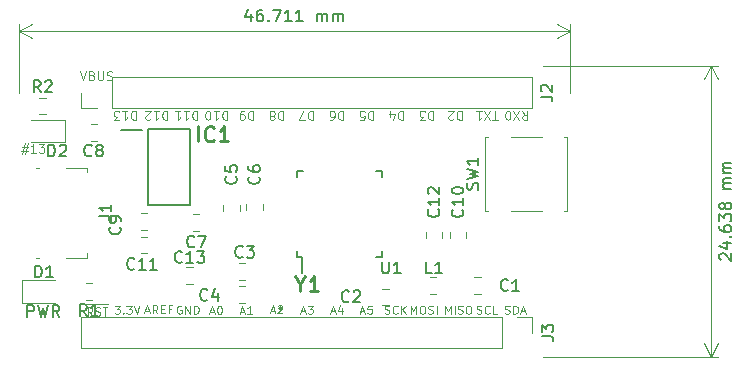
<source format=gbr>
G04 #@! TF.GenerationSoftware,KiCad,Pcbnew,(5.1.4)-1*
G04 #@! TF.CreationDate,2019-09-26T17:39:29-04:00*
G04 #@! TF.ProjectId,samd21-board,73616d64-3231-42d6-926f-6172642e6b69,rev?*
G04 #@! TF.SameCoordinates,Original*
G04 #@! TF.FileFunction,Legend,Top*
G04 #@! TF.FilePolarity,Positive*
%FSLAX46Y46*%
G04 Gerber Fmt 4.6, Leading zero omitted, Abs format (unit mm)*
G04 Created by KiCad (PCBNEW (5.1.4)-1) date 2019-09-26 17:39:29*
%MOMM*%
%LPD*%
G04 APERTURE LIST*
%ADD10C,0.150000*%
%ADD11C,0.120000*%
%ADD12C,0.125000*%
%ADD13C,0.100000*%
%ADD14C,0.254000*%
%ADD15C,0.200000*%
G04 APERTURE END LIST*
D10*
X113029739Y-91899857D02*
X112982120Y-91852238D01*
X112934500Y-91757000D01*
X112934500Y-91518904D01*
X112982120Y-91423666D01*
X113029739Y-91376047D01*
X113124977Y-91328428D01*
X113220215Y-91328428D01*
X113363072Y-91376047D01*
X113934500Y-91947476D01*
X113934500Y-91328428D01*
X113267834Y-90471285D02*
X113934500Y-90471285D01*
X112886881Y-90709380D02*
X113601167Y-90947476D01*
X113601167Y-90328428D01*
X113839262Y-89947476D02*
X113886881Y-89899857D01*
X113934500Y-89947476D01*
X113886881Y-89995095D01*
X113839262Y-89947476D01*
X113934500Y-89947476D01*
X112934500Y-89042714D02*
X112934500Y-89233190D01*
X112982120Y-89328428D01*
X113029739Y-89376047D01*
X113172596Y-89471285D01*
X113363072Y-89518904D01*
X113744024Y-89518904D01*
X113839262Y-89471285D01*
X113886881Y-89423666D01*
X113934500Y-89328428D01*
X113934500Y-89137952D01*
X113886881Y-89042714D01*
X113839262Y-88995095D01*
X113744024Y-88947476D01*
X113505929Y-88947476D01*
X113410691Y-88995095D01*
X113363072Y-89042714D01*
X113315453Y-89137952D01*
X113315453Y-89328428D01*
X113363072Y-89423666D01*
X113410691Y-89471285D01*
X113505929Y-89518904D01*
X112934500Y-88614142D02*
X112934500Y-87995095D01*
X113315453Y-88328428D01*
X113315453Y-88185571D01*
X113363072Y-88090333D01*
X113410691Y-88042714D01*
X113505929Y-87995095D01*
X113744024Y-87995095D01*
X113839262Y-88042714D01*
X113886881Y-88090333D01*
X113934500Y-88185571D01*
X113934500Y-88471285D01*
X113886881Y-88566523D01*
X113839262Y-88614142D01*
X113363072Y-87423666D02*
X113315453Y-87518904D01*
X113267834Y-87566523D01*
X113172596Y-87614142D01*
X113124977Y-87614142D01*
X113029739Y-87566523D01*
X112982120Y-87518904D01*
X112934500Y-87423666D01*
X112934500Y-87233190D01*
X112982120Y-87137952D01*
X113029739Y-87090333D01*
X113124977Y-87042714D01*
X113172596Y-87042714D01*
X113267834Y-87090333D01*
X113315453Y-87137952D01*
X113363072Y-87233190D01*
X113363072Y-87423666D01*
X113410691Y-87518904D01*
X113458310Y-87566523D01*
X113553548Y-87614142D01*
X113744024Y-87614142D01*
X113839262Y-87566523D01*
X113886881Y-87518904D01*
X113934500Y-87423666D01*
X113934500Y-87233190D01*
X113886881Y-87137952D01*
X113839262Y-87090333D01*
X113744024Y-87042714D01*
X113553548Y-87042714D01*
X113458310Y-87090333D01*
X113410691Y-87137952D01*
X113363072Y-87233190D01*
X113934500Y-85852238D02*
X113267834Y-85852238D01*
X113363072Y-85852238D02*
X113315453Y-85804619D01*
X113267834Y-85709380D01*
X113267834Y-85566523D01*
X113315453Y-85471285D01*
X113410691Y-85423666D01*
X113934500Y-85423666D01*
X113410691Y-85423666D02*
X113315453Y-85376047D01*
X113267834Y-85280809D01*
X113267834Y-85137952D01*
X113315453Y-85042714D01*
X113410691Y-84995095D01*
X113934500Y-84995095D01*
X113934500Y-84518904D02*
X113267834Y-84518904D01*
X113363072Y-84518904D02*
X113315453Y-84471285D01*
X113267834Y-84376047D01*
X113267834Y-84233190D01*
X113315453Y-84137952D01*
X113410691Y-84090333D01*
X113934500Y-84090333D01*
X113410691Y-84090333D02*
X113315453Y-84042714D01*
X113267834Y-83947476D01*
X113267834Y-83804619D01*
X113315453Y-83709380D01*
X113410691Y-83661761D01*
X113934500Y-83661761D01*
D11*
X112212120Y-100076000D02*
X112212120Y-75438000D01*
X98018600Y-100076000D02*
X112798541Y-100076000D01*
X98018600Y-75438000D02*
X112798541Y-75438000D01*
X112212120Y-75438000D02*
X112798541Y-76564504D01*
X112212120Y-75438000D02*
X111625699Y-76564504D01*
X112212120Y-100076000D02*
X112798541Y-98949496D01*
X112212120Y-100076000D02*
X111625699Y-98949496D01*
D10*
X54343466Y-96718380D02*
X54343466Y-95718380D01*
X54724419Y-95718380D01*
X54819657Y-95766000D01*
X54867276Y-95813619D01*
X54914895Y-95908857D01*
X54914895Y-96051714D01*
X54867276Y-96146952D01*
X54819657Y-96194571D01*
X54724419Y-96242190D01*
X54343466Y-96242190D01*
X55248228Y-95718380D02*
X55486323Y-96718380D01*
X55676800Y-96004095D01*
X55867276Y-96718380D01*
X56105371Y-95718380D01*
X57057752Y-96718380D02*
X56724419Y-96242190D01*
X56486323Y-96718380D02*
X56486323Y-95718380D01*
X56867276Y-95718380D01*
X56962514Y-95766000D01*
X57010133Y-95813619D01*
X57057752Y-95908857D01*
X57057752Y-96051714D01*
X57010133Y-96146952D01*
X56962514Y-96194571D01*
X56867276Y-96242190D01*
X56486323Y-96242190D01*
D12*
X59273400Y-95624900D02*
X59973400Y-95624900D01*
X59840066Y-96608066D02*
X59606733Y-96274733D01*
X59440066Y-96608066D02*
X59440066Y-95908066D01*
X59706733Y-95908066D01*
X59773400Y-95941400D01*
X59806733Y-95974733D01*
X59840066Y-96041400D01*
X59840066Y-96141400D01*
X59806733Y-96208066D01*
X59773400Y-96241400D01*
X59706733Y-96274733D01*
X59440066Y-96274733D01*
X59973400Y-95624900D02*
X60640066Y-95624900D01*
X60106733Y-96574733D02*
X60206733Y-96608066D01*
X60373400Y-96608066D01*
X60440066Y-96574733D01*
X60473400Y-96541400D01*
X60506733Y-96474733D01*
X60506733Y-96408066D01*
X60473400Y-96341400D01*
X60440066Y-96308066D01*
X60373400Y-96274733D01*
X60240066Y-96241400D01*
X60173400Y-96208066D01*
X60140066Y-96174733D01*
X60106733Y-96108066D01*
X60106733Y-96041400D01*
X60140066Y-95974733D01*
X60173400Y-95941400D01*
X60240066Y-95908066D01*
X60406733Y-95908066D01*
X60506733Y-95941400D01*
X60640066Y-95624900D02*
X61173400Y-95624900D01*
X60706733Y-95908066D02*
X61106733Y-95908066D01*
X60906733Y-96608066D02*
X60906733Y-95908066D01*
X61730066Y-95755666D02*
X62163400Y-95755666D01*
X61930066Y-96022333D01*
X62030066Y-96022333D01*
X62096733Y-96055666D01*
X62130066Y-96089000D01*
X62163400Y-96155666D01*
X62163400Y-96322333D01*
X62130066Y-96389000D01*
X62096733Y-96422333D01*
X62030066Y-96455666D01*
X61830066Y-96455666D01*
X61763400Y-96422333D01*
X61730066Y-96389000D01*
X62463400Y-96389000D02*
X62496733Y-96422333D01*
X62463400Y-96455666D01*
X62430066Y-96422333D01*
X62463400Y-96389000D01*
X62463400Y-96455666D01*
X62730066Y-95755666D02*
X63163400Y-95755666D01*
X62930066Y-96022333D01*
X63030066Y-96022333D01*
X63096733Y-96055666D01*
X63130066Y-96089000D01*
X63163400Y-96155666D01*
X63163400Y-96322333D01*
X63130066Y-96389000D01*
X63096733Y-96422333D01*
X63030066Y-96455666D01*
X62830066Y-96455666D01*
X62763400Y-96422333D01*
X62730066Y-96389000D01*
X63363400Y-95755666D02*
X63596733Y-96455666D01*
X63830066Y-95755666D01*
X64322466Y-96230266D02*
X64655800Y-96230266D01*
X64255800Y-96430266D02*
X64489133Y-95730266D01*
X64722466Y-96430266D01*
X65355800Y-96430266D02*
X65122466Y-96096933D01*
X64955800Y-96430266D02*
X64955800Y-95730266D01*
X65222466Y-95730266D01*
X65289133Y-95763600D01*
X65322466Y-95796933D01*
X65355800Y-95863600D01*
X65355800Y-95963600D01*
X65322466Y-96030266D01*
X65289133Y-96063600D01*
X65222466Y-96096933D01*
X64955800Y-96096933D01*
X65655800Y-96063600D02*
X65889133Y-96063600D01*
X65989133Y-96430266D02*
X65655800Y-96430266D01*
X65655800Y-95730266D01*
X65989133Y-95730266D01*
X66522466Y-96063600D02*
X66289133Y-96063600D01*
X66289133Y-96430266D02*
X66289133Y-95730266D01*
X66622466Y-95730266D01*
X67386266Y-95789000D02*
X67319600Y-95755666D01*
X67219600Y-95755666D01*
X67119600Y-95789000D01*
X67052933Y-95855666D01*
X67019600Y-95922333D01*
X66986266Y-96055666D01*
X66986266Y-96155666D01*
X67019600Y-96289000D01*
X67052933Y-96355666D01*
X67119600Y-96422333D01*
X67219600Y-96455666D01*
X67286266Y-96455666D01*
X67386266Y-96422333D01*
X67419600Y-96389000D01*
X67419600Y-96155666D01*
X67286266Y-96155666D01*
X67719600Y-96455666D02*
X67719600Y-95755666D01*
X68119600Y-96455666D01*
X68119600Y-95755666D01*
X68452933Y-96455666D02*
X68452933Y-95755666D01*
X68619600Y-95755666D01*
X68719600Y-95789000D01*
X68786266Y-95855666D01*
X68819600Y-95922333D01*
X68852933Y-96055666D01*
X68852933Y-96155666D01*
X68819600Y-96289000D01*
X68786266Y-96355666D01*
X68719600Y-96422333D01*
X68619600Y-96455666D01*
X68452933Y-96455666D01*
X69807200Y-96281066D02*
X70140533Y-96281066D01*
X69740533Y-96481066D02*
X69973866Y-95781066D01*
X70207200Y-96481066D01*
X70573866Y-95781066D02*
X70640533Y-95781066D01*
X70707200Y-95814400D01*
X70740533Y-95847733D01*
X70773866Y-95914400D01*
X70807200Y-96047733D01*
X70807200Y-96214400D01*
X70773866Y-96347733D01*
X70740533Y-96414400D01*
X70707200Y-96447733D01*
X70640533Y-96481066D01*
X70573866Y-96481066D01*
X70507200Y-96447733D01*
X70473866Y-96414400D01*
X70440533Y-96347733D01*
X70407200Y-96214400D01*
X70407200Y-96047733D01*
X70440533Y-95914400D01*
X70473866Y-95847733D01*
X70507200Y-95814400D01*
X70573866Y-95781066D01*
X72372600Y-96281066D02*
X72705933Y-96281066D01*
X72305933Y-96481066D02*
X72539266Y-95781066D01*
X72772600Y-96481066D01*
X73372600Y-96481066D02*
X72972600Y-96481066D01*
X73172600Y-96481066D02*
X73172600Y-95781066D01*
X73105933Y-95881066D01*
X73039266Y-95947733D01*
X72972600Y-95981066D01*
X74938000Y-96230266D02*
X75271333Y-96230266D01*
X74871333Y-96430266D02*
X75104666Y-95730266D01*
X75338000Y-96430266D01*
X75538000Y-95796933D02*
X75571333Y-95763600D01*
X75638000Y-95730266D01*
X75804666Y-95730266D01*
X75871333Y-95763600D01*
X75904666Y-95796933D01*
X75938000Y-95863600D01*
X75938000Y-95930266D01*
X75904666Y-96030266D01*
X75504666Y-96430266D01*
X75938000Y-96430266D01*
X77503400Y-96255666D02*
X77836733Y-96255666D01*
X77436733Y-96455666D02*
X77670066Y-95755666D01*
X77903400Y-96455666D01*
X78070066Y-95755666D02*
X78503400Y-95755666D01*
X78270066Y-96022333D01*
X78370066Y-96022333D01*
X78436733Y-96055666D01*
X78470066Y-96089000D01*
X78503400Y-96155666D01*
X78503400Y-96322333D01*
X78470066Y-96389000D01*
X78436733Y-96422333D01*
X78370066Y-96455666D01*
X78170066Y-96455666D01*
X78103400Y-96422333D01*
X78070066Y-96389000D01*
X80043400Y-96255666D02*
X80376733Y-96255666D01*
X79976733Y-96455666D02*
X80210066Y-95755666D01*
X80443400Y-96455666D01*
X80976733Y-95989000D02*
X80976733Y-96455666D01*
X80810066Y-95722333D02*
X80643400Y-96222333D01*
X81076733Y-96222333D01*
X82532600Y-96255666D02*
X82865933Y-96255666D01*
X82465933Y-96455666D02*
X82699266Y-95755666D01*
X82932600Y-96455666D01*
X83499266Y-95755666D02*
X83165933Y-95755666D01*
X83132600Y-96089000D01*
X83165933Y-96055666D01*
X83232600Y-96022333D01*
X83399266Y-96022333D01*
X83465933Y-96055666D01*
X83499266Y-96089000D01*
X83532600Y-96155666D01*
X83532600Y-96322333D01*
X83499266Y-96389000D01*
X83465933Y-96422333D01*
X83399266Y-96455666D01*
X83232600Y-96455666D01*
X83165933Y-96422333D01*
X83132600Y-96389000D01*
X84596400Y-96422333D02*
X84696400Y-96455666D01*
X84863066Y-96455666D01*
X84929733Y-96422333D01*
X84963066Y-96389000D01*
X84996400Y-96322333D01*
X84996400Y-96255666D01*
X84963066Y-96189000D01*
X84929733Y-96155666D01*
X84863066Y-96122333D01*
X84729733Y-96089000D01*
X84663066Y-96055666D01*
X84629733Y-96022333D01*
X84596400Y-95955666D01*
X84596400Y-95889000D01*
X84629733Y-95822333D01*
X84663066Y-95789000D01*
X84729733Y-95755666D01*
X84896400Y-95755666D01*
X84996400Y-95789000D01*
X85696400Y-96389000D02*
X85663066Y-96422333D01*
X85563066Y-96455666D01*
X85496400Y-96455666D01*
X85396400Y-96422333D01*
X85329733Y-96355666D01*
X85296400Y-96289000D01*
X85263066Y-96155666D01*
X85263066Y-96055666D01*
X85296400Y-95922333D01*
X85329733Y-95855666D01*
X85396400Y-95789000D01*
X85496400Y-95755666D01*
X85563066Y-95755666D01*
X85663066Y-95789000D01*
X85696400Y-95822333D01*
X85996400Y-96455666D02*
X85996400Y-95755666D01*
X86396400Y-96455666D02*
X86096400Y-96055666D01*
X86396400Y-95755666D02*
X85996400Y-96155666D01*
X86784000Y-96455666D02*
X86784000Y-95755666D01*
X87017333Y-96255666D01*
X87250666Y-95755666D01*
X87250666Y-96455666D01*
X87717333Y-95755666D02*
X87850666Y-95755666D01*
X87917333Y-95789000D01*
X87984000Y-95855666D01*
X88017333Y-95989000D01*
X88017333Y-96222333D01*
X87984000Y-96355666D01*
X87917333Y-96422333D01*
X87850666Y-96455666D01*
X87717333Y-96455666D01*
X87650666Y-96422333D01*
X87584000Y-96355666D01*
X87550666Y-96222333D01*
X87550666Y-95989000D01*
X87584000Y-95855666D01*
X87650666Y-95789000D01*
X87717333Y-95755666D01*
X88284000Y-96422333D02*
X88384000Y-96455666D01*
X88550666Y-96455666D01*
X88617333Y-96422333D01*
X88650666Y-96389000D01*
X88684000Y-96322333D01*
X88684000Y-96255666D01*
X88650666Y-96189000D01*
X88617333Y-96155666D01*
X88550666Y-96122333D01*
X88417333Y-96089000D01*
X88350666Y-96055666D01*
X88317333Y-96022333D01*
X88284000Y-95955666D01*
X88284000Y-95889000D01*
X88317333Y-95822333D01*
X88350666Y-95789000D01*
X88417333Y-95755666D01*
X88584000Y-95755666D01*
X88684000Y-95789000D01*
X88984000Y-96455666D02*
X88984000Y-95755666D01*
X89705000Y-96455666D02*
X89705000Y-95755666D01*
X89938333Y-96255666D01*
X90171666Y-95755666D01*
X90171666Y-96455666D01*
X90505000Y-96455666D02*
X90505000Y-95755666D01*
X90805000Y-96422333D02*
X90905000Y-96455666D01*
X91071666Y-96455666D01*
X91138333Y-96422333D01*
X91171666Y-96389000D01*
X91205000Y-96322333D01*
X91205000Y-96255666D01*
X91171666Y-96189000D01*
X91138333Y-96155666D01*
X91071666Y-96122333D01*
X90938333Y-96089000D01*
X90871666Y-96055666D01*
X90838333Y-96022333D01*
X90805000Y-95955666D01*
X90805000Y-95889000D01*
X90838333Y-95822333D01*
X90871666Y-95789000D01*
X90938333Y-95755666D01*
X91105000Y-95755666D01*
X91205000Y-95789000D01*
X91638333Y-95755666D02*
X91771666Y-95755666D01*
X91838333Y-95789000D01*
X91905000Y-95855666D01*
X91938333Y-95989000D01*
X91938333Y-96222333D01*
X91905000Y-96355666D01*
X91838333Y-96422333D01*
X91771666Y-96455666D01*
X91638333Y-96455666D01*
X91571666Y-96422333D01*
X91505000Y-96355666D01*
X91471666Y-96222333D01*
X91471666Y-95989000D01*
X91505000Y-95855666D01*
X91571666Y-95789000D01*
X91638333Y-95755666D01*
X92384666Y-96422333D02*
X92484666Y-96455666D01*
X92651333Y-96455666D01*
X92718000Y-96422333D01*
X92751333Y-96389000D01*
X92784666Y-96322333D01*
X92784666Y-96255666D01*
X92751333Y-96189000D01*
X92718000Y-96155666D01*
X92651333Y-96122333D01*
X92518000Y-96089000D01*
X92451333Y-96055666D01*
X92418000Y-96022333D01*
X92384666Y-95955666D01*
X92384666Y-95889000D01*
X92418000Y-95822333D01*
X92451333Y-95789000D01*
X92518000Y-95755666D01*
X92684666Y-95755666D01*
X92784666Y-95789000D01*
X93484666Y-96389000D02*
X93451333Y-96422333D01*
X93351333Y-96455666D01*
X93284666Y-96455666D01*
X93184666Y-96422333D01*
X93118000Y-96355666D01*
X93084666Y-96289000D01*
X93051333Y-96155666D01*
X93051333Y-96055666D01*
X93084666Y-95922333D01*
X93118000Y-95855666D01*
X93184666Y-95789000D01*
X93284666Y-95755666D01*
X93351333Y-95755666D01*
X93451333Y-95789000D01*
X93484666Y-95822333D01*
X94118000Y-96455666D02*
X93784666Y-96455666D01*
X93784666Y-95755666D01*
X94781000Y-96422333D02*
X94881000Y-96455666D01*
X95047666Y-96455666D01*
X95114333Y-96422333D01*
X95147666Y-96389000D01*
X95181000Y-96322333D01*
X95181000Y-96255666D01*
X95147666Y-96189000D01*
X95114333Y-96155666D01*
X95047666Y-96122333D01*
X94914333Y-96089000D01*
X94847666Y-96055666D01*
X94814333Y-96022333D01*
X94781000Y-95955666D01*
X94781000Y-95889000D01*
X94814333Y-95822333D01*
X94847666Y-95789000D01*
X94914333Y-95755666D01*
X95081000Y-95755666D01*
X95181000Y-95789000D01*
X95481000Y-96455666D02*
X95481000Y-95755666D01*
X95647666Y-95755666D01*
X95747666Y-95789000D01*
X95814333Y-95855666D01*
X95847666Y-95922333D01*
X95881000Y-96055666D01*
X95881000Y-96155666D01*
X95847666Y-96289000D01*
X95814333Y-96355666D01*
X95747666Y-96422333D01*
X95647666Y-96455666D01*
X95481000Y-96455666D01*
X96147666Y-96255666D02*
X96481000Y-96255666D01*
X96081000Y-96455666D02*
X96314333Y-95755666D01*
X96547666Y-96455666D01*
X96240142Y-79289714D02*
X96490142Y-79646857D01*
X96668714Y-79289714D02*
X96668714Y-80039714D01*
X96383000Y-80039714D01*
X96311571Y-80004000D01*
X96275857Y-79968285D01*
X96240142Y-79896857D01*
X96240142Y-79789714D01*
X96275857Y-79718285D01*
X96311571Y-79682571D01*
X96383000Y-79646857D01*
X96668714Y-79646857D01*
X95990142Y-80039714D02*
X95490142Y-79289714D01*
X95490142Y-80039714D02*
X95990142Y-79289714D01*
X95061571Y-80039714D02*
X94990142Y-80039714D01*
X94918714Y-80004000D01*
X94883000Y-79968285D01*
X94847285Y-79896857D01*
X94811571Y-79754000D01*
X94811571Y-79575428D01*
X94847285Y-79432571D01*
X94883000Y-79361142D01*
X94918714Y-79325428D01*
X94990142Y-79289714D01*
X95061571Y-79289714D01*
X95133000Y-79325428D01*
X95168714Y-79361142D01*
X95204428Y-79432571D01*
X95240142Y-79575428D01*
X95240142Y-79754000D01*
X95204428Y-79896857D01*
X95168714Y-79968285D01*
X95133000Y-80004000D01*
X95061571Y-80039714D01*
X94146571Y-80039714D02*
X93718000Y-80039714D01*
X93932285Y-79289714D02*
X93932285Y-80039714D01*
X93539428Y-80039714D02*
X93039428Y-79289714D01*
X93039428Y-80039714D02*
X93539428Y-79289714D01*
X92360857Y-79289714D02*
X92789428Y-79289714D01*
X92575142Y-79289714D02*
X92575142Y-80039714D01*
X92646571Y-79932571D01*
X92718000Y-79861142D01*
X92789428Y-79825428D01*
X91104571Y-79289714D02*
X91104571Y-80039714D01*
X90926000Y-80039714D01*
X90818857Y-80004000D01*
X90747428Y-79932571D01*
X90711714Y-79861142D01*
X90676000Y-79718285D01*
X90676000Y-79611142D01*
X90711714Y-79468285D01*
X90747428Y-79396857D01*
X90818857Y-79325428D01*
X90926000Y-79289714D01*
X91104571Y-79289714D01*
X90390285Y-79968285D02*
X90354571Y-80004000D01*
X90283142Y-80039714D01*
X90104571Y-80039714D01*
X90033142Y-80004000D01*
X89997428Y-79968285D01*
X89961714Y-79896857D01*
X89961714Y-79825428D01*
X89997428Y-79718285D01*
X90426000Y-79289714D01*
X89961714Y-79289714D01*
X88691571Y-79289714D02*
X88691571Y-80039714D01*
X88513000Y-80039714D01*
X88405857Y-80004000D01*
X88334428Y-79932571D01*
X88298714Y-79861142D01*
X88263000Y-79718285D01*
X88263000Y-79611142D01*
X88298714Y-79468285D01*
X88334428Y-79396857D01*
X88405857Y-79325428D01*
X88513000Y-79289714D01*
X88691571Y-79289714D01*
X88013000Y-80039714D02*
X87548714Y-80039714D01*
X87798714Y-79754000D01*
X87691571Y-79754000D01*
X87620142Y-79718285D01*
X87584428Y-79682571D01*
X87548714Y-79611142D01*
X87548714Y-79432571D01*
X87584428Y-79361142D01*
X87620142Y-79325428D01*
X87691571Y-79289714D01*
X87905857Y-79289714D01*
X87977285Y-79325428D01*
X88013000Y-79361142D01*
X86151571Y-79289714D02*
X86151571Y-80039714D01*
X85973000Y-80039714D01*
X85865857Y-80004000D01*
X85794428Y-79932571D01*
X85758714Y-79861142D01*
X85723000Y-79718285D01*
X85723000Y-79611142D01*
X85758714Y-79468285D01*
X85794428Y-79396857D01*
X85865857Y-79325428D01*
X85973000Y-79289714D01*
X86151571Y-79289714D01*
X85080142Y-79789714D02*
X85080142Y-79289714D01*
X85258714Y-80075428D02*
X85437285Y-79539714D01*
X84973000Y-79539714D01*
X83611571Y-79289714D02*
X83611571Y-80039714D01*
X83433000Y-80039714D01*
X83325857Y-80004000D01*
X83254428Y-79932571D01*
X83218714Y-79861142D01*
X83183000Y-79718285D01*
X83183000Y-79611142D01*
X83218714Y-79468285D01*
X83254428Y-79396857D01*
X83325857Y-79325428D01*
X83433000Y-79289714D01*
X83611571Y-79289714D01*
X82504428Y-80039714D02*
X82861571Y-80039714D01*
X82897285Y-79682571D01*
X82861571Y-79718285D01*
X82790142Y-79754000D01*
X82611571Y-79754000D01*
X82540142Y-79718285D01*
X82504428Y-79682571D01*
X82468714Y-79611142D01*
X82468714Y-79432571D01*
X82504428Y-79361142D01*
X82540142Y-79325428D01*
X82611571Y-79289714D01*
X82790142Y-79289714D01*
X82861571Y-79325428D01*
X82897285Y-79361142D01*
X81071571Y-79289714D02*
X81071571Y-80039714D01*
X80893000Y-80039714D01*
X80785857Y-80004000D01*
X80714428Y-79932571D01*
X80678714Y-79861142D01*
X80643000Y-79718285D01*
X80643000Y-79611142D01*
X80678714Y-79468285D01*
X80714428Y-79396857D01*
X80785857Y-79325428D01*
X80893000Y-79289714D01*
X81071571Y-79289714D01*
X80000142Y-80039714D02*
X80143000Y-80039714D01*
X80214428Y-80004000D01*
X80250142Y-79968285D01*
X80321571Y-79861142D01*
X80357285Y-79718285D01*
X80357285Y-79432571D01*
X80321571Y-79361142D01*
X80285857Y-79325428D01*
X80214428Y-79289714D01*
X80071571Y-79289714D01*
X80000142Y-79325428D01*
X79964428Y-79361142D01*
X79928714Y-79432571D01*
X79928714Y-79611142D01*
X79964428Y-79682571D01*
X80000142Y-79718285D01*
X80071571Y-79754000D01*
X80214428Y-79754000D01*
X80285857Y-79718285D01*
X80321571Y-79682571D01*
X80357285Y-79611142D01*
X78531571Y-79289714D02*
X78531571Y-80039714D01*
X78353000Y-80039714D01*
X78245857Y-80004000D01*
X78174428Y-79932571D01*
X78138714Y-79861142D01*
X78103000Y-79718285D01*
X78103000Y-79611142D01*
X78138714Y-79468285D01*
X78174428Y-79396857D01*
X78245857Y-79325428D01*
X78353000Y-79289714D01*
X78531571Y-79289714D01*
X77853000Y-80039714D02*
X77353000Y-80039714D01*
X77674428Y-79289714D01*
X75991571Y-79289714D02*
X75991571Y-80039714D01*
X75813000Y-80039714D01*
X75705857Y-80004000D01*
X75634428Y-79932571D01*
X75598714Y-79861142D01*
X75563000Y-79718285D01*
X75563000Y-79611142D01*
X75598714Y-79468285D01*
X75634428Y-79396857D01*
X75705857Y-79325428D01*
X75813000Y-79289714D01*
X75991571Y-79289714D01*
X75134428Y-79718285D02*
X75205857Y-79754000D01*
X75241571Y-79789714D01*
X75277285Y-79861142D01*
X75277285Y-79896857D01*
X75241571Y-79968285D01*
X75205857Y-80004000D01*
X75134428Y-80039714D01*
X74991571Y-80039714D01*
X74920142Y-80004000D01*
X74884428Y-79968285D01*
X74848714Y-79896857D01*
X74848714Y-79861142D01*
X74884428Y-79789714D01*
X74920142Y-79754000D01*
X74991571Y-79718285D01*
X75134428Y-79718285D01*
X75205857Y-79682571D01*
X75241571Y-79646857D01*
X75277285Y-79575428D01*
X75277285Y-79432571D01*
X75241571Y-79361142D01*
X75205857Y-79325428D01*
X75134428Y-79289714D01*
X74991571Y-79289714D01*
X74920142Y-79325428D01*
X74884428Y-79361142D01*
X74848714Y-79432571D01*
X74848714Y-79575428D01*
X74884428Y-79646857D01*
X74920142Y-79682571D01*
X74991571Y-79718285D01*
X73451571Y-79289714D02*
X73451571Y-80039714D01*
X73273000Y-80039714D01*
X73165857Y-80004000D01*
X73094428Y-79932571D01*
X73058714Y-79861142D01*
X73023000Y-79718285D01*
X73023000Y-79611142D01*
X73058714Y-79468285D01*
X73094428Y-79396857D01*
X73165857Y-79325428D01*
X73273000Y-79289714D01*
X73451571Y-79289714D01*
X72665857Y-79289714D02*
X72523000Y-79289714D01*
X72451571Y-79325428D01*
X72415857Y-79361142D01*
X72344428Y-79468285D01*
X72308714Y-79611142D01*
X72308714Y-79896857D01*
X72344428Y-79968285D01*
X72380142Y-80004000D01*
X72451571Y-80039714D01*
X72594428Y-80039714D01*
X72665857Y-80004000D01*
X72701571Y-79968285D01*
X72737285Y-79896857D01*
X72737285Y-79718285D01*
X72701571Y-79646857D01*
X72665857Y-79611142D01*
X72594428Y-79575428D01*
X72451571Y-79575428D01*
X72380142Y-79611142D01*
X72344428Y-79646857D01*
X72308714Y-79718285D01*
X71268714Y-79289714D02*
X71268714Y-80039714D01*
X71090142Y-80039714D01*
X70983000Y-80004000D01*
X70911571Y-79932571D01*
X70875857Y-79861142D01*
X70840142Y-79718285D01*
X70840142Y-79611142D01*
X70875857Y-79468285D01*
X70911571Y-79396857D01*
X70983000Y-79325428D01*
X71090142Y-79289714D01*
X71268714Y-79289714D01*
X70125857Y-79289714D02*
X70554428Y-79289714D01*
X70340142Y-79289714D02*
X70340142Y-80039714D01*
X70411571Y-79932571D01*
X70483000Y-79861142D01*
X70554428Y-79825428D01*
X69661571Y-80039714D02*
X69590142Y-80039714D01*
X69518714Y-80004000D01*
X69483000Y-79968285D01*
X69447285Y-79896857D01*
X69411571Y-79754000D01*
X69411571Y-79575428D01*
X69447285Y-79432571D01*
X69483000Y-79361142D01*
X69518714Y-79325428D01*
X69590142Y-79289714D01*
X69661571Y-79289714D01*
X69733000Y-79325428D01*
X69768714Y-79361142D01*
X69804428Y-79432571D01*
X69840142Y-79575428D01*
X69840142Y-79754000D01*
X69804428Y-79896857D01*
X69768714Y-79968285D01*
X69733000Y-80004000D01*
X69661571Y-80039714D01*
X68728714Y-79289714D02*
X68728714Y-80039714D01*
X68550142Y-80039714D01*
X68443000Y-80004000D01*
X68371571Y-79932571D01*
X68335857Y-79861142D01*
X68300142Y-79718285D01*
X68300142Y-79611142D01*
X68335857Y-79468285D01*
X68371571Y-79396857D01*
X68443000Y-79325428D01*
X68550142Y-79289714D01*
X68728714Y-79289714D01*
X67585857Y-79289714D02*
X68014428Y-79289714D01*
X67800142Y-79289714D02*
X67800142Y-80039714D01*
X67871571Y-79932571D01*
X67943000Y-79861142D01*
X68014428Y-79825428D01*
X66871571Y-79289714D02*
X67300142Y-79289714D01*
X67085857Y-79289714D02*
X67085857Y-80039714D01*
X67157285Y-79932571D01*
X67228714Y-79861142D01*
X67300142Y-79825428D01*
X66188714Y-79289714D02*
X66188714Y-80039714D01*
X66010142Y-80039714D01*
X65903000Y-80004000D01*
X65831571Y-79932571D01*
X65795857Y-79861142D01*
X65760142Y-79718285D01*
X65760142Y-79611142D01*
X65795857Y-79468285D01*
X65831571Y-79396857D01*
X65903000Y-79325428D01*
X66010142Y-79289714D01*
X66188714Y-79289714D01*
X65045857Y-79289714D02*
X65474428Y-79289714D01*
X65260142Y-79289714D02*
X65260142Y-80039714D01*
X65331571Y-79932571D01*
X65403000Y-79861142D01*
X65474428Y-79825428D01*
X64760142Y-79968285D02*
X64724428Y-80004000D01*
X64653000Y-80039714D01*
X64474428Y-80039714D01*
X64403000Y-80004000D01*
X64367285Y-79968285D01*
X64331571Y-79896857D01*
X64331571Y-79825428D01*
X64367285Y-79718285D01*
X64795857Y-79289714D01*
X64331571Y-79289714D01*
X63521714Y-79289714D02*
X63521714Y-80039714D01*
X63343142Y-80039714D01*
X63236000Y-80004000D01*
X63164571Y-79932571D01*
X63128857Y-79861142D01*
X63093142Y-79718285D01*
X63093142Y-79611142D01*
X63128857Y-79468285D01*
X63164571Y-79396857D01*
X63236000Y-79325428D01*
X63343142Y-79289714D01*
X63521714Y-79289714D01*
X62378857Y-79289714D02*
X62807428Y-79289714D01*
X62593142Y-79289714D02*
X62593142Y-80039714D01*
X62664571Y-79932571D01*
X62736000Y-79861142D01*
X62807428Y-79825428D01*
X62128857Y-80039714D02*
X61664571Y-80039714D01*
X61914571Y-79754000D01*
X61807428Y-79754000D01*
X61736000Y-79718285D01*
X61700285Y-79682571D01*
X61664571Y-79611142D01*
X61664571Y-79432571D01*
X61700285Y-79361142D01*
X61736000Y-79325428D01*
X61807428Y-79289714D01*
X62021714Y-79289714D01*
X62093142Y-79325428D01*
X62128857Y-79361142D01*
D13*
X53892171Y-82313085D02*
X54427885Y-82313085D01*
X54106457Y-81991657D02*
X53892171Y-82955942D01*
X54356457Y-82634514D02*
X53820742Y-82634514D01*
X54142171Y-82955942D02*
X54356457Y-81991657D01*
X55070742Y-82813085D02*
X54642171Y-82813085D01*
X54856457Y-82813085D02*
X54856457Y-82063085D01*
X54785028Y-82170228D01*
X54713600Y-82241657D01*
X54642171Y-82277371D01*
X55320742Y-82063085D02*
X55785028Y-82063085D01*
X55535028Y-82348800D01*
X55642171Y-82348800D01*
X55713600Y-82384514D01*
X55749314Y-82420228D01*
X55785028Y-82491657D01*
X55785028Y-82670228D01*
X55749314Y-82741657D01*
X55713600Y-82777371D01*
X55642171Y-82813085D01*
X55427885Y-82813085D01*
X55356457Y-82777371D01*
X55320742Y-82741657D01*
D12*
X58823000Y-75916285D02*
X59073000Y-76666285D01*
X59323000Y-75916285D01*
X59823000Y-76273428D02*
X59930142Y-76309142D01*
X59965857Y-76344857D01*
X60001571Y-76416285D01*
X60001571Y-76523428D01*
X59965857Y-76594857D01*
X59930142Y-76630571D01*
X59858714Y-76666285D01*
X59573000Y-76666285D01*
X59573000Y-75916285D01*
X59823000Y-75916285D01*
X59894428Y-75952000D01*
X59930142Y-75987714D01*
X59965857Y-76059142D01*
X59965857Y-76130571D01*
X59930142Y-76202000D01*
X59894428Y-76237714D01*
X59823000Y-76273428D01*
X59573000Y-76273428D01*
X60323000Y-75916285D02*
X60323000Y-76523428D01*
X60358714Y-76594857D01*
X60394428Y-76630571D01*
X60465857Y-76666285D01*
X60608714Y-76666285D01*
X60680142Y-76630571D01*
X60715857Y-76594857D01*
X60751571Y-76523428D01*
X60751571Y-75916285D01*
X61073000Y-76630571D02*
X61180142Y-76666285D01*
X61358714Y-76666285D01*
X61430142Y-76630571D01*
X61465857Y-76594857D01*
X61501571Y-76523428D01*
X61501571Y-76452000D01*
X61465857Y-76380571D01*
X61430142Y-76344857D01*
X61358714Y-76309142D01*
X61215857Y-76273428D01*
X61144428Y-76237714D01*
X61108714Y-76202000D01*
X61073000Y-76130571D01*
X61073000Y-76059142D01*
X61108714Y-75987714D01*
X61144428Y-75952000D01*
X61215857Y-75916285D01*
X61394428Y-75916285D01*
X61501571Y-75952000D01*
D10*
X73282633Y-71032715D02*
X73282633Y-71699381D01*
X73044538Y-70651762D02*
X72806442Y-71366048D01*
X73425490Y-71366048D01*
X74235014Y-70699381D02*
X74044538Y-70699381D01*
X73949300Y-70747001D01*
X73901680Y-70794620D01*
X73806442Y-70937477D01*
X73758823Y-71127953D01*
X73758823Y-71508905D01*
X73806442Y-71604143D01*
X73854061Y-71651762D01*
X73949300Y-71699381D01*
X74139776Y-71699381D01*
X74235014Y-71651762D01*
X74282633Y-71604143D01*
X74330252Y-71508905D01*
X74330252Y-71270810D01*
X74282633Y-71175572D01*
X74235014Y-71127953D01*
X74139776Y-71080334D01*
X73949300Y-71080334D01*
X73854061Y-71127953D01*
X73806442Y-71175572D01*
X73758823Y-71270810D01*
X74758823Y-71604143D02*
X74806442Y-71651762D01*
X74758823Y-71699381D01*
X74711204Y-71651762D01*
X74758823Y-71604143D01*
X74758823Y-71699381D01*
X75139776Y-70699381D02*
X75806442Y-70699381D01*
X75377871Y-71699381D01*
X76711204Y-71699381D02*
X76139776Y-71699381D01*
X76425490Y-71699381D02*
X76425490Y-70699381D01*
X76330252Y-70842239D01*
X76235014Y-70937477D01*
X76139776Y-70985096D01*
X77663585Y-71699381D02*
X77092157Y-71699381D01*
X77377871Y-71699381D02*
X77377871Y-70699381D01*
X77282633Y-70842239D01*
X77187395Y-70937477D01*
X77092157Y-70985096D01*
X78854061Y-71699381D02*
X78854061Y-71032715D01*
X78854061Y-71127953D02*
X78901680Y-71080334D01*
X78996919Y-71032715D01*
X79139776Y-71032715D01*
X79235014Y-71080334D01*
X79282633Y-71175572D01*
X79282633Y-71699381D01*
X79282633Y-71175572D02*
X79330252Y-71080334D01*
X79425490Y-71032715D01*
X79568347Y-71032715D01*
X79663585Y-71080334D01*
X79711204Y-71175572D01*
X79711204Y-71699381D01*
X80187395Y-71699381D02*
X80187395Y-71032715D01*
X80187395Y-71127953D02*
X80235014Y-71080334D01*
X80330252Y-71032715D01*
X80473109Y-71032715D01*
X80568347Y-71080334D01*
X80615966Y-71175572D01*
X80615966Y-71699381D01*
X80615966Y-71175572D02*
X80663585Y-71080334D01*
X80758823Y-71032715D01*
X80901680Y-71032715D01*
X80996919Y-71080334D01*
X81044538Y-71175572D01*
X81044538Y-71699381D01*
D11*
X100304600Y-72517001D02*
X53594000Y-72517001D01*
X100304600Y-77724000D02*
X100304600Y-71930580D01*
X53594000Y-77724000D02*
X53594000Y-71930580D01*
X53594000Y-72517001D02*
X54720504Y-71930580D01*
X53594000Y-72517001D02*
X54720504Y-73103422D01*
X100304600Y-72517001D02*
X99178096Y-71930580D01*
X100304600Y-72517001D02*
X99178096Y-73103422D01*
X95270800Y-81457400D02*
X97870800Y-81457400D01*
X100020800Y-87757400D02*
X99770800Y-87757400D01*
X100020800Y-81457400D02*
X100020800Y-87757400D01*
X99770800Y-81457400D02*
X100020800Y-81457400D01*
X97870800Y-87757400D02*
X95270800Y-87757400D01*
X93120800Y-81457400D02*
X93370800Y-81457400D01*
X93120800Y-87757400D02*
X93120800Y-81457400D01*
X93370800Y-87757400D02*
X93120800Y-87757400D01*
D14*
X75878400Y-95994400D02*
G75*
G03X75878400Y-95994400I-84000J0D01*
G01*
D11*
X63949948Y-91337200D02*
X64472452Y-91337200D01*
X63949948Y-89917200D02*
X64472452Y-89917200D01*
X63949948Y-89381400D02*
X64472452Y-89381400D01*
X63949948Y-87961400D02*
X64472452Y-87961400D01*
X60256052Y-80417600D02*
X59733548Y-80417600D01*
X60256052Y-81837600D02*
X59733548Y-81837600D01*
X58868000Y-79054000D02*
X58868000Y-77724000D01*
X60198000Y-79054000D02*
X58868000Y-79054000D01*
X61468000Y-79054000D02*
X61468000Y-76394000D01*
X61468000Y-76394000D02*
X97088000Y-76394000D01*
X61468000Y-79054000D02*
X97088000Y-79054000D01*
X97088000Y-79054000D02*
X97088000Y-76394000D01*
D10*
X77147000Y-91636000D02*
X77572000Y-91636000D01*
X77147000Y-84386000D02*
X77672000Y-84386000D01*
X84397000Y-84386000D02*
X83872000Y-84386000D01*
X84397000Y-91636000D02*
X83872000Y-91636000D01*
X77147000Y-91636000D02*
X77147000Y-91111000D01*
X84397000Y-91636000D02*
X84397000Y-91111000D01*
X84397000Y-84386000D02*
X84397000Y-84911000D01*
X77147000Y-84386000D02*
X77147000Y-84911000D01*
X77572000Y-91636000D02*
X77572000Y-93011000D01*
D11*
X92194748Y-94766200D02*
X92717252Y-94766200D01*
X92194748Y-93346200D02*
X92717252Y-93346200D01*
X84396948Y-94324100D02*
X84919452Y-94324100D01*
X84396948Y-95744100D02*
X84919452Y-95744100D01*
X72790952Y-93572400D02*
X72268448Y-93572400D01*
X72790952Y-92152400D02*
X72268448Y-92152400D01*
X72778252Y-94095500D02*
X72255748Y-94095500D01*
X72778252Y-95515500D02*
X72255748Y-95515500D01*
X72312600Y-87726152D02*
X72312600Y-87203648D01*
X70892600Y-87726152D02*
X70892600Y-87203648D01*
X72861100Y-87700752D02*
X72861100Y-87178248D01*
X74281100Y-87700752D02*
X74281100Y-87178248D01*
X68904752Y-88024900D02*
X68382248Y-88024900D01*
X68904752Y-89444900D02*
X68382248Y-89444900D01*
X90095000Y-89502348D02*
X90095000Y-90024852D01*
X91515000Y-89502348D02*
X91515000Y-90024852D01*
X89483000Y-89502348D02*
X89483000Y-90024852D01*
X88063000Y-89502348D02*
X88063000Y-90024852D01*
X68320552Y-93928000D02*
X67798048Y-93928000D01*
X68320552Y-92508000D02*
X67798048Y-92508000D01*
X53854900Y-95536900D02*
X56714900Y-95536900D01*
X53854900Y-93616900D02*
X53854900Y-95536900D01*
X56714900Y-93616900D02*
X53854900Y-93616900D01*
X59393400Y-91694000D02*
X59393400Y-91314000D01*
X55343400Y-91694000D02*
X55083400Y-91694000D01*
X59393400Y-91694000D02*
X57623400Y-91694000D01*
X59393400Y-84074000D02*
X59393400Y-84454000D01*
X57623400Y-84074000D02*
X59393400Y-84074000D01*
X55083400Y-84074000D02*
X55343400Y-84074000D01*
X88448248Y-93320800D02*
X88970752Y-93320800D01*
X88448248Y-94740800D02*
X88970752Y-94740800D01*
X58868000Y-96714000D02*
X58868000Y-99374000D01*
X94488000Y-96714000D02*
X58868000Y-96714000D01*
X94488000Y-99374000D02*
X58868000Y-99374000D01*
X94488000Y-96714000D02*
X94488000Y-99374000D01*
X95758000Y-96714000D02*
X97088000Y-96714000D01*
X97088000Y-96714000D02*
X97088000Y-98044000D01*
D15*
X64569400Y-80773200D02*
X68069400Y-80773200D01*
X68069400Y-80773200D02*
X68069400Y-87273200D01*
X68069400Y-87273200D02*
X64569400Y-87273200D01*
X64569400Y-87273200D02*
X64569400Y-80773200D01*
X62294400Y-80898200D02*
X64044400Y-80898200D01*
D11*
X54651400Y-81935200D02*
X57511400Y-81935200D01*
X57511400Y-81935200D02*
X57511400Y-80015200D01*
X57511400Y-80015200D02*
X54651400Y-80015200D01*
X59786152Y-93841500D02*
X59263648Y-93841500D01*
X59786152Y-95261500D02*
X59263648Y-95261500D01*
X55887252Y-79577000D02*
X55364748Y-79577000D01*
X55887252Y-78157000D02*
X55364748Y-78157000D01*
D10*
X92475561Y-85940733D02*
X92523180Y-85797876D01*
X92523180Y-85559780D01*
X92475561Y-85464542D01*
X92427942Y-85416923D01*
X92332704Y-85369304D01*
X92237466Y-85369304D01*
X92142228Y-85416923D01*
X92094609Y-85464542D01*
X92046990Y-85559780D01*
X91999371Y-85750257D01*
X91951752Y-85845495D01*
X91904133Y-85893114D01*
X91808895Y-85940733D01*
X91713657Y-85940733D01*
X91618419Y-85893114D01*
X91570800Y-85845495D01*
X91523180Y-85750257D01*
X91523180Y-85512161D01*
X91570800Y-85369304D01*
X91523180Y-85035971D02*
X92523180Y-84797876D01*
X91808895Y-84607400D01*
X92523180Y-84416923D01*
X91523180Y-84178828D01*
X92523180Y-83274066D02*
X92523180Y-83845495D01*
X92523180Y-83559780D02*
X91523180Y-83559780D01*
X91666038Y-83655019D01*
X91761276Y-83750257D01*
X91808895Y-83845495D01*
D14*
X77449438Y-93962461D02*
X77449438Y-94567223D01*
X77026104Y-93297223D02*
X77449438Y-93962461D01*
X77872771Y-93297223D01*
X78961342Y-94567223D02*
X78235628Y-94567223D01*
X78598485Y-94567223D02*
X78598485Y-93297223D01*
X78477533Y-93478652D01*
X78356580Y-93599604D01*
X78235628Y-93660080D01*
D10*
X63390542Y-92622642D02*
X63342923Y-92670261D01*
X63200066Y-92717880D01*
X63104828Y-92717880D01*
X62961971Y-92670261D01*
X62866733Y-92575023D01*
X62819114Y-92479785D01*
X62771495Y-92289309D01*
X62771495Y-92146452D01*
X62819114Y-91955976D01*
X62866733Y-91860738D01*
X62961971Y-91765500D01*
X63104828Y-91717880D01*
X63200066Y-91717880D01*
X63342923Y-91765500D01*
X63390542Y-91813119D01*
X64342923Y-92717880D02*
X63771495Y-92717880D01*
X64057209Y-92717880D02*
X64057209Y-91717880D01*
X63961971Y-91860738D01*
X63866733Y-91955976D01*
X63771495Y-92003595D01*
X65295304Y-92717880D02*
X64723876Y-92717880D01*
X65009590Y-92717880D02*
X65009590Y-91717880D01*
X64914352Y-91860738D01*
X64819114Y-91955976D01*
X64723876Y-92003595D01*
X62168042Y-89117466D02*
X62215661Y-89165085D01*
X62263280Y-89307942D01*
X62263280Y-89403180D01*
X62215661Y-89546038D01*
X62120423Y-89641276D01*
X62025185Y-89688895D01*
X61834709Y-89736514D01*
X61691852Y-89736514D01*
X61501376Y-89688895D01*
X61406138Y-89641276D01*
X61310900Y-89546038D01*
X61263280Y-89403180D01*
X61263280Y-89307942D01*
X61310900Y-89165085D01*
X61358519Y-89117466D01*
X62263280Y-88641276D02*
X62263280Y-88450800D01*
X62215661Y-88355561D01*
X62168042Y-88307942D01*
X62025185Y-88212704D01*
X61834709Y-88165085D01*
X61453757Y-88165085D01*
X61358519Y-88212704D01*
X61310900Y-88260323D01*
X61263280Y-88355561D01*
X61263280Y-88546038D01*
X61310900Y-88641276D01*
X61358519Y-88688895D01*
X61453757Y-88736514D01*
X61691852Y-88736514D01*
X61787090Y-88688895D01*
X61834709Y-88641276D01*
X61882328Y-88546038D01*
X61882328Y-88355561D01*
X61834709Y-88260323D01*
X61787090Y-88212704D01*
X61691852Y-88165085D01*
X59777333Y-83034142D02*
X59729714Y-83081761D01*
X59586857Y-83129380D01*
X59491619Y-83129380D01*
X59348761Y-83081761D01*
X59253523Y-82986523D01*
X59205904Y-82891285D01*
X59158285Y-82700809D01*
X59158285Y-82557952D01*
X59205904Y-82367476D01*
X59253523Y-82272238D01*
X59348761Y-82177000D01*
X59491619Y-82129380D01*
X59586857Y-82129380D01*
X59729714Y-82177000D01*
X59777333Y-82224619D01*
X60348761Y-82557952D02*
X60253523Y-82510333D01*
X60205904Y-82462714D01*
X60158285Y-82367476D01*
X60158285Y-82319857D01*
X60205904Y-82224619D01*
X60253523Y-82177000D01*
X60348761Y-82129380D01*
X60539238Y-82129380D01*
X60634476Y-82177000D01*
X60682095Y-82224619D01*
X60729714Y-82319857D01*
X60729714Y-82367476D01*
X60682095Y-82462714D01*
X60634476Y-82510333D01*
X60539238Y-82557952D01*
X60348761Y-82557952D01*
X60253523Y-82605571D01*
X60205904Y-82653190D01*
X60158285Y-82748428D01*
X60158285Y-82938904D01*
X60205904Y-83034142D01*
X60253523Y-83081761D01*
X60348761Y-83129380D01*
X60539238Y-83129380D01*
X60634476Y-83081761D01*
X60682095Y-83034142D01*
X60729714Y-82938904D01*
X60729714Y-82748428D01*
X60682095Y-82653190D01*
X60634476Y-82605571D01*
X60539238Y-82557952D01*
X97796100Y-78062413D02*
X98510386Y-78062413D01*
X98653243Y-78110032D01*
X98748481Y-78205270D01*
X98796100Y-78348127D01*
X98796100Y-78443365D01*
X97891339Y-77633841D02*
X97843720Y-77586222D01*
X97796100Y-77490984D01*
X97796100Y-77252889D01*
X97843720Y-77157651D01*
X97891339Y-77110032D01*
X97986577Y-77062413D01*
X98081815Y-77062413D01*
X98224672Y-77110032D01*
X98796100Y-77681460D01*
X98796100Y-77062413D01*
X84363655Y-92040460D02*
X84363655Y-92849984D01*
X84411274Y-92945222D01*
X84458893Y-92992841D01*
X84554131Y-93040460D01*
X84744607Y-93040460D01*
X84839845Y-92992841D01*
X84887464Y-92945222D01*
X84935083Y-92849984D01*
X84935083Y-92040460D01*
X85935083Y-93040460D02*
X85363655Y-93040460D01*
X85649369Y-93040460D02*
X85649369Y-92040460D01*
X85554131Y-92183318D01*
X85458893Y-92278556D01*
X85363655Y-92326175D01*
X95019833Y-94426042D02*
X94972214Y-94473661D01*
X94829357Y-94521280D01*
X94734119Y-94521280D01*
X94591261Y-94473661D01*
X94496023Y-94378423D01*
X94448404Y-94283185D01*
X94400785Y-94092709D01*
X94400785Y-93949852D01*
X94448404Y-93759376D01*
X94496023Y-93664138D01*
X94591261Y-93568900D01*
X94734119Y-93521280D01*
X94829357Y-93521280D01*
X94972214Y-93568900D01*
X95019833Y-93616519D01*
X95972214Y-94521280D02*
X95400785Y-94521280D01*
X95686500Y-94521280D02*
X95686500Y-93521280D01*
X95591261Y-93664138D01*
X95496023Y-93759376D01*
X95400785Y-93806995D01*
X81570533Y-95378542D02*
X81522914Y-95426161D01*
X81380057Y-95473780D01*
X81284819Y-95473780D01*
X81141961Y-95426161D01*
X81046723Y-95330923D01*
X80999104Y-95235685D01*
X80951485Y-95045209D01*
X80951485Y-94902352D01*
X80999104Y-94711876D01*
X81046723Y-94616638D01*
X81141961Y-94521400D01*
X81284819Y-94473780D01*
X81380057Y-94473780D01*
X81522914Y-94521400D01*
X81570533Y-94569019D01*
X81951485Y-94569019D02*
X81999104Y-94521400D01*
X82094342Y-94473780D01*
X82332438Y-94473780D01*
X82427676Y-94521400D01*
X82475295Y-94569019D01*
X82522914Y-94664257D01*
X82522914Y-94759495D01*
X82475295Y-94902352D01*
X81903866Y-95473780D01*
X82522914Y-95473780D01*
X72566233Y-91606642D02*
X72518614Y-91654261D01*
X72375757Y-91701880D01*
X72280519Y-91701880D01*
X72137661Y-91654261D01*
X72042423Y-91559023D01*
X71994804Y-91463785D01*
X71947185Y-91273309D01*
X71947185Y-91130452D01*
X71994804Y-90939976D01*
X72042423Y-90844738D01*
X72137661Y-90749500D01*
X72280519Y-90701880D01*
X72375757Y-90701880D01*
X72518614Y-90749500D01*
X72566233Y-90797119D01*
X72899566Y-90701880D02*
X73518614Y-90701880D01*
X73185280Y-91082833D01*
X73328138Y-91082833D01*
X73423376Y-91130452D01*
X73470995Y-91178071D01*
X73518614Y-91273309D01*
X73518614Y-91511404D01*
X73470995Y-91606642D01*
X73423376Y-91654261D01*
X73328138Y-91701880D01*
X73042423Y-91701880D01*
X72947185Y-91654261D01*
X72899566Y-91606642D01*
X69581733Y-95251542D02*
X69534114Y-95299161D01*
X69391257Y-95346780D01*
X69296019Y-95346780D01*
X69153161Y-95299161D01*
X69057923Y-95203923D01*
X69010304Y-95108685D01*
X68962685Y-94918209D01*
X68962685Y-94775352D01*
X69010304Y-94584876D01*
X69057923Y-94489638D01*
X69153161Y-94394400D01*
X69296019Y-94346780D01*
X69391257Y-94346780D01*
X69534114Y-94394400D01*
X69581733Y-94442019D01*
X70438876Y-94680114D02*
X70438876Y-95346780D01*
X70200780Y-94299161D02*
X69962685Y-95013447D01*
X70581733Y-95013447D01*
X71980062Y-84829946D02*
X72027681Y-84877565D01*
X72075300Y-85020422D01*
X72075300Y-85115660D01*
X72027681Y-85258518D01*
X71932443Y-85353756D01*
X71837205Y-85401375D01*
X71646729Y-85448994D01*
X71503872Y-85448994D01*
X71313396Y-85401375D01*
X71218158Y-85353756D01*
X71122920Y-85258518D01*
X71075300Y-85115660D01*
X71075300Y-85020422D01*
X71122920Y-84877565D01*
X71170539Y-84829946D01*
X71075300Y-83925184D02*
X71075300Y-84401375D01*
X71551491Y-84448994D01*
X71503872Y-84401375D01*
X71456253Y-84306137D01*
X71456253Y-84068041D01*
X71503872Y-83972803D01*
X71551491Y-83925184D01*
X71646729Y-83877565D01*
X71884824Y-83877565D01*
X71980062Y-83925184D01*
X72027681Y-83972803D01*
X72075300Y-84068041D01*
X72075300Y-84306137D01*
X72027681Y-84401375D01*
X71980062Y-84448994D01*
X73928242Y-84835026D02*
X73975861Y-84882645D01*
X74023480Y-85025502D01*
X74023480Y-85120740D01*
X73975861Y-85263598D01*
X73880623Y-85358836D01*
X73785385Y-85406455D01*
X73594909Y-85454074D01*
X73452052Y-85454074D01*
X73261576Y-85406455D01*
X73166338Y-85358836D01*
X73071100Y-85263598D01*
X73023480Y-85120740D01*
X73023480Y-85025502D01*
X73071100Y-84882645D01*
X73118719Y-84835026D01*
X73023480Y-83977883D02*
X73023480Y-84168360D01*
X73071100Y-84263598D01*
X73118719Y-84311217D01*
X73261576Y-84406455D01*
X73452052Y-84454074D01*
X73833004Y-84454074D01*
X73928242Y-84406455D01*
X73975861Y-84358836D01*
X74023480Y-84263598D01*
X74023480Y-84073121D01*
X73975861Y-83977883D01*
X73928242Y-83930264D01*
X73833004Y-83882645D01*
X73594909Y-83882645D01*
X73499671Y-83930264D01*
X73452052Y-83977883D01*
X73404433Y-84073121D01*
X73404433Y-84263598D01*
X73452052Y-84358836D01*
X73499671Y-84406455D01*
X73594909Y-84454074D01*
X68476833Y-90742042D02*
X68429214Y-90789661D01*
X68286357Y-90837280D01*
X68191119Y-90837280D01*
X68048261Y-90789661D01*
X67953023Y-90694423D01*
X67905404Y-90599185D01*
X67857785Y-90408709D01*
X67857785Y-90265852D01*
X67905404Y-90075376D01*
X67953023Y-89980138D01*
X68048261Y-89884900D01*
X68191119Y-89837280D01*
X68286357Y-89837280D01*
X68429214Y-89884900D01*
X68476833Y-89932519D01*
X68810166Y-89837280D02*
X69476833Y-89837280D01*
X69048261Y-90837280D01*
X91162142Y-87637857D02*
X91209761Y-87685476D01*
X91257380Y-87828333D01*
X91257380Y-87923571D01*
X91209761Y-88066428D01*
X91114523Y-88161666D01*
X91019285Y-88209285D01*
X90828809Y-88256904D01*
X90685952Y-88256904D01*
X90495476Y-88209285D01*
X90400238Y-88161666D01*
X90305000Y-88066428D01*
X90257380Y-87923571D01*
X90257380Y-87828333D01*
X90305000Y-87685476D01*
X90352619Y-87637857D01*
X91257380Y-86685476D02*
X91257380Y-87256904D01*
X91257380Y-86971190D02*
X90257380Y-86971190D01*
X90400238Y-87066428D01*
X90495476Y-87161666D01*
X90543095Y-87256904D01*
X90257380Y-86066428D02*
X90257380Y-85971190D01*
X90305000Y-85875952D01*
X90352619Y-85828333D01*
X90447857Y-85780714D01*
X90638333Y-85733095D01*
X90876428Y-85733095D01*
X91066904Y-85780714D01*
X91162142Y-85828333D01*
X91209761Y-85875952D01*
X91257380Y-85971190D01*
X91257380Y-86066428D01*
X91209761Y-86161666D01*
X91162142Y-86209285D01*
X91066904Y-86256904D01*
X90876428Y-86304523D01*
X90638333Y-86304523D01*
X90447857Y-86256904D01*
X90352619Y-86209285D01*
X90305000Y-86161666D01*
X90257380Y-86066428D01*
X89130142Y-87625157D02*
X89177761Y-87672776D01*
X89225380Y-87815633D01*
X89225380Y-87910871D01*
X89177761Y-88053728D01*
X89082523Y-88148966D01*
X88987285Y-88196585D01*
X88796809Y-88244204D01*
X88653952Y-88244204D01*
X88463476Y-88196585D01*
X88368238Y-88148966D01*
X88273000Y-88053728D01*
X88225380Y-87910871D01*
X88225380Y-87815633D01*
X88273000Y-87672776D01*
X88320619Y-87625157D01*
X89225380Y-86672776D02*
X89225380Y-87244204D01*
X89225380Y-86958490D02*
X88225380Y-86958490D01*
X88368238Y-87053728D01*
X88463476Y-87148966D01*
X88511095Y-87244204D01*
X88320619Y-86291823D02*
X88273000Y-86244204D01*
X88225380Y-86148966D01*
X88225380Y-85910871D01*
X88273000Y-85815633D01*
X88320619Y-85768014D01*
X88415857Y-85720395D01*
X88511095Y-85720395D01*
X88653952Y-85768014D01*
X89225380Y-86339442D01*
X89225380Y-85720395D01*
X67429142Y-92051142D02*
X67381523Y-92098761D01*
X67238666Y-92146380D01*
X67143428Y-92146380D01*
X67000571Y-92098761D01*
X66905333Y-92003523D01*
X66857714Y-91908285D01*
X66810095Y-91717809D01*
X66810095Y-91574952D01*
X66857714Y-91384476D01*
X66905333Y-91289238D01*
X67000571Y-91194000D01*
X67143428Y-91146380D01*
X67238666Y-91146380D01*
X67381523Y-91194000D01*
X67429142Y-91241619D01*
X68381523Y-92146380D02*
X67810095Y-92146380D01*
X68095809Y-92146380D02*
X68095809Y-91146380D01*
X68000571Y-91289238D01*
X67905333Y-91384476D01*
X67810095Y-91432095D01*
X68714857Y-91146380D02*
X69333904Y-91146380D01*
X69000571Y-91527333D01*
X69143428Y-91527333D01*
X69238666Y-91574952D01*
X69286285Y-91622571D01*
X69333904Y-91717809D01*
X69333904Y-91955904D01*
X69286285Y-92051142D01*
X69238666Y-92098761D01*
X69143428Y-92146380D01*
X68857714Y-92146380D01*
X68762476Y-92098761D01*
X68714857Y-92051142D01*
X54976804Y-93379280D02*
X54976804Y-92379280D01*
X55214900Y-92379280D01*
X55357757Y-92426900D01*
X55452995Y-92522138D01*
X55500614Y-92617376D01*
X55548233Y-92807852D01*
X55548233Y-92950709D01*
X55500614Y-93141185D01*
X55452995Y-93236423D01*
X55357757Y-93331661D01*
X55214900Y-93379280D01*
X54976804Y-93379280D01*
X56500614Y-93379280D02*
X55929185Y-93379280D01*
X56214900Y-93379280D02*
X56214900Y-92379280D01*
X56119661Y-92522138D01*
X56024423Y-92617376D01*
X55929185Y-92664995D01*
X60435780Y-88217333D02*
X61150066Y-88217333D01*
X61292923Y-88264952D01*
X61388161Y-88360190D01*
X61435780Y-88503047D01*
X61435780Y-88598285D01*
X61435780Y-87217333D02*
X61435780Y-87788761D01*
X61435780Y-87503047D02*
X60435780Y-87503047D01*
X60578638Y-87598285D01*
X60673876Y-87693523D01*
X60721495Y-87788761D01*
X88606333Y-93035380D02*
X88130142Y-93035380D01*
X88130142Y-92035380D01*
X89463476Y-93035380D02*
X88892047Y-93035380D01*
X89177761Y-93035380D02*
X89177761Y-92035380D01*
X89082523Y-92178238D01*
X88987285Y-92273476D01*
X88892047Y-92321095D01*
X97877380Y-98377333D02*
X98591666Y-98377333D01*
X98734523Y-98424952D01*
X98829761Y-98520190D01*
X98877380Y-98663047D01*
X98877380Y-98758285D01*
X97877380Y-97996380D02*
X97877380Y-97377333D01*
X98258333Y-97710666D01*
X98258333Y-97567809D01*
X98305952Y-97472571D01*
X98353571Y-97424952D01*
X98448809Y-97377333D01*
X98686904Y-97377333D01*
X98782142Y-97424952D01*
X98829761Y-97472571D01*
X98877380Y-97567809D01*
X98877380Y-97853523D01*
X98829761Y-97948761D01*
X98782142Y-97996380D01*
D14*
X68803278Y-81859603D02*
X68803278Y-80589603D01*
X70133754Y-81738651D02*
X70073278Y-81799127D01*
X69891849Y-81859603D01*
X69770897Y-81859603D01*
X69589468Y-81799127D01*
X69468516Y-81678175D01*
X69408040Y-81557222D01*
X69347563Y-81315318D01*
X69347563Y-81133889D01*
X69408040Y-80891984D01*
X69468516Y-80771032D01*
X69589468Y-80650080D01*
X69770897Y-80589603D01*
X69891849Y-80589603D01*
X70073278Y-80650080D01*
X70133754Y-80710556D01*
X71343278Y-81859603D02*
X70617563Y-81859603D01*
X70980420Y-81859603D02*
X70980420Y-80589603D01*
X70859468Y-80771032D01*
X70738516Y-80891984D01*
X70617563Y-80952460D01*
D10*
X56107104Y-83129380D02*
X56107104Y-82129380D01*
X56345200Y-82129380D01*
X56488057Y-82177000D01*
X56583295Y-82272238D01*
X56630914Y-82367476D01*
X56678533Y-82557952D01*
X56678533Y-82700809D01*
X56630914Y-82891285D01*
X56583295Y-82986523D01*
X56488057Y-83081761D01*
X56345200Y-83129380D01*
X56107104Y-83129380D01*
X57059485Y-82224619D02*
X57107104Y-82177000D01*
X57202342Y-82129380D01*
X57440438Y-82129380D01*
X57535676Y-82177000D01*
X57583295Y-82224619D01*
X57630914Y-82319857D01*
X57630914Y-82415095D01*
X57583295Y-82557952D01*
X57011866Y-83129380D01*
X57630914Y-83129380D01*
X59358233Y-96653880D02*
X59024900Y-96177690D01*
X58786804Y-96653880D02*
X58786804Y-95653880D01*
X59167757Y-95653880D01*
X59262995Y-95701500D01*
X59310614Y-95749119D01*
X59358233Y-95844357D01*
X59358233Y-95987214D01*
X59310614Y-96082452D01*
X59262995Y-96130071D01*
X59167757Y-96177690D01*
X58786804Y-96177690D01*
X60310614Y-96653880D02*
X59739185Y-96653880D01*
X60024900Y-96653880D02*
X60024900Y-95653880D01*
X59929661Y-95796738D01*
X59834423Y-95891976D01*
X59739185Y-95939595D01*
X55459333Y-77693780D02*
X55126000Y-77217590D01*
X54887904Y-77693780D02*
X54887904Y-76693780D01*
X55268857Y-76693780D01*
X55364095Y-76741400D01*
X55411714Y-76789019D01*
X55459333Y-76884257D01*
X55459333Y-77027114D01*
X55411714Y-77122352D01*
X55364095Y-77169971D01*
X55268857Y-77217590D01*
X54887904Y-77217590D01*
X55840285Y-76789019D02*
X55887904Y-76741400D01*
X55983142Y-76693780D01*
X56221238Y-76693780D01*
X56316476Y-76741400D01*
X56364095Y-76789019D01*
X56411714Y-76884257D01*
X56411714Y-76979495D01*
X56364095Y-77122352D01*
X55792666Y-77693780D01*
X56411714Y-77693780D01*
M02*

</source>
